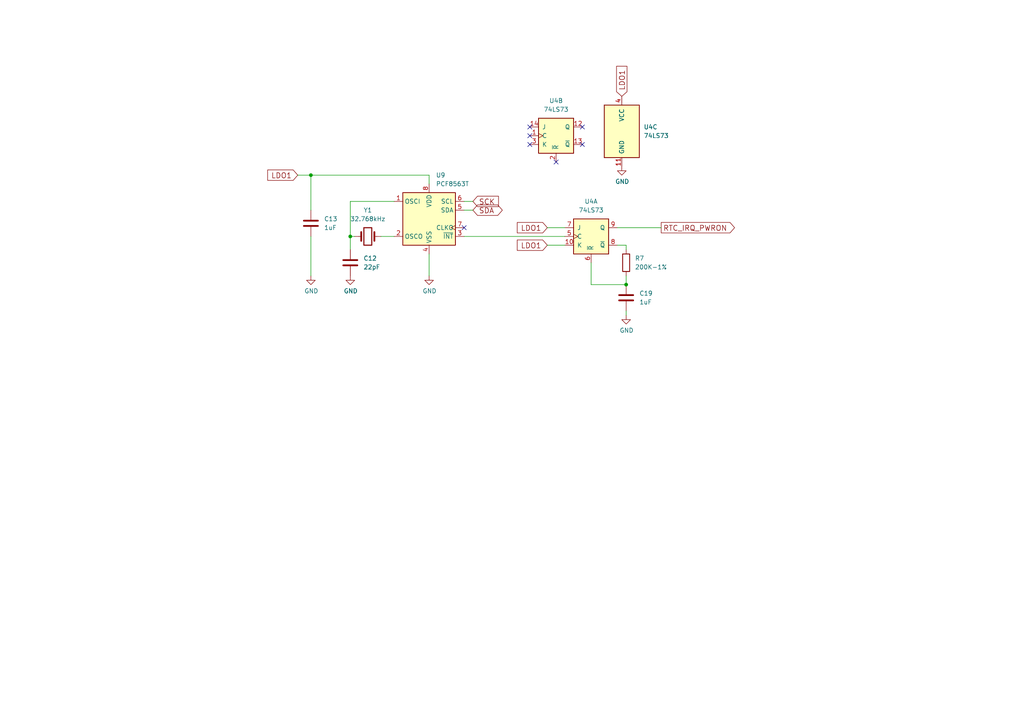
<source format=kicad_sch>
(kicad_sch (version 20230121) (generator eeschema)
  (paper "A4")
  (lib_symbols
    (symbol "74xx:74LS73" (pin_names (offset 1.016))
      (property "Reference" "U" (at -7.62 8.89 0))
      (property "Value" "74LS73" (at -7.62 -8.89 0))
      (symbol "74LS73_1_0"
        (pin input line (at -7.62 -2.54 0) (length 2.54) (name "K") (number "10"))
        (pin input clock (at -7.62 0 0) (length 2.54) (name "C") (number "5"))
        (pin input line (at 0 -7.62 90) (length 2.54) (name "~{R}") (number "6"))
        (pin input line (at -7.62 2.54 0) (length 2.54) (name "J") (number "7"))
        (pin output line (at 7.62 -2.54 180) (length 2.54) (name "~{Q}") (number "8"))
        (pin output line (at 7.62 2.54 180) (length 2.54) (name "Q") (number "9"))
      )
      (symbol "74LS73_1_1"
        (rectangle (start -5.08 5.08) (end 5.08 -5.08) (stroke (width 0.254)) (fill (type background)))
      )
      (symbol "74LS73_2_0"
        (pin input clock (at -7.62 0 0) (length 2.54) (name "C") (number "1"))
        (pin output line (at 7.62 2.54 180) (length 2.54) (name "Q") (number "12"))
        (pin output line (at 7.62 -2.54 180) (length 2.54) (name "~{Q}") (number "13"))
        (pin input line (at -7.62 2.54 0) (length 2.54) (name "J") (number "14"))
        (pin input line (at 0 -7.62 90) (length 2.54) (name "~{R}") (number "2"))
        (pin input line (at -7.62 -2.54 0) (length 2.54) (name "K") (number "3"))
      )
      (symbol "74LS73_2_1"
        (rectangle (start -5.08 5.08) (end 5.08 -5.08) (stroke (width 0.254)) (fill (type background)))
      )
      (symbol "74LS73_3_0"
        (pin power_in line (at 0 -10.16 90) (length 2.54) (name "GND") (number "11"))
        (pin power_in line (at 0 10.16 270) (length 2.54) (name "VCC") (number "4"))
      )
      (symbol "74LS73_3_1"
        (rectangle (start -5.08 7.62) (end 5.08 -7.62) (stroke (width 0.254)) (fill (type background)))
      )
    )
    (symbol "Device:C" (pin_numbers hide) (pin_names (offset 0.254))
      (property "Reference" "C" (at 0.635 2.54 0))
      (property "Value" "C" (at 0.635 -2.54 0))
      (symbol "C_0_1"
        (polyline (pts (xy -2.032 -0.762) (xy 2.032 -0.762)) (stroke (width 0.508)))
        (polyline (pts (xy -2.032 0.762) (xy 2.032 0.762)) (stroke (width 0.508)))
      )
      (symbol "C_1_1"
        (pin passive line (at 0 3.81 270) (length 2.794) (name "~") (number "1"))
        (pin passive line (at 0 -3.81 90) (length 2.794) (name "~") (number "2"))
      )
    )
    (symbol "Device:Crystal" (pin_numbers hide) (pin_names (offset 1.016) hide)
      (property "Reference" "Y" (at 0 3.81 0))
      (property "Value" "Crystal" (at 0 -3.81 0))
      (symbol "Crystal_0_1"
        (rectangle (start -1.143 2.54) (end 1.143 -2.54) (stroke (width 0.3048)))
        (polyline (pts (xy -2.54 0) (xy -1.905 0)))
        (polyline (pts (xy -1.905 -1.27) (xy -1.905 1.27)) (stroke (width 0.508)))
        (polyline (pts (xy 1.905 -1.27) (xy 1.905 1.27)) (stroke (width 0.508)))
        (polyline (pts (xy 2.54 0) (xy 1.905 0)))
      )
      (symbol "Crystal_1_1"
        (pin passive line (at -3.81 0 0) (length 1.27) (name "1") (number "1"))
        (pin passive line (at 3.81 0 180) (length 1.27) (name "2") (number "2"))
      )
    )
    (symbol "Device:R" (pin_numbers hide) (pin_names (offset 0))
      (property "Reference" "R" (at 2.032 0 90))
      (property "Value" "R" (at 0 0 90))
      (symbol "R_0_1"
        (rectangle (start -1.016 -2.54) (end 1.016 2.54) (stroke (width 0.254)))
      )
      (symbol "R_1_1"
        (pin passive line (at 0 3.81 270) (length 1.27) (name "~") (number "1"))
        (pin passive line (at 0 -3.81 90) (length 1.27) (name "~") (number "2"))
      )
    )
    (symbol "Timer_RTC:PCF8563T"
      (property "Reference" "U" (at -7.62 8.89 0))
      (property "Value" "PCF8563T" (at 2.54 8.89 0))
      (symbol "PCF8563T_0_1"
        (rectangle (start -7.62 7.62) (end 7.62 -7.62) (stroke (width 0.254)) (fill (type background)))
      )
      (symbol "PCF8563T_1_1"
        (pin input line (at -10.16 5.08 0) (length 2.54) (name "OSCI") (number "1"))
        (pin output line (at -10.16 -5.08 0) (length 2.54) (name "OSCO") (number "2"))
        (pin output line (at 10.16 -5.08 180) (length 2.54) (name "~{INT}") (number "3"))
        (pin power_in line (at 0 -10.16 90) (length 2.54) (name "VSS") (number "4"))
        (pin bidirectional line (at 10.16 2.54 180) (length 2.54) (name "SDA") (number "5"))
        (pin input line (at 10.16 5.08 180) (length 2.54) (name "SCL") (number "6"))
        (pin output clock (at 10.16 -2.54 180) (length 2.54) (name "CLKO") (number "7"))
        (pin power_in line (at 0 10.16 270) (length 2.54) (name "VDD") (number "8"))
      )
    )
    (symbol "power:GND" (power) (pin_names (offset 0))
      (property "Value" "GND" (at 0 -3.81 0))
      (symbol "GND_0_1"
        (polyline (pts (xy 0 0) (xy 0 -1.27) (xy 1.27 -1.27) (xy 0 -2.54) (xy -1.27 -1.27) (xy 0 -1.27)))
      )
      (symbol "GND_1_1"
        (pin power_in line (at 0 0 270) (length 0) hide (name "GND") (number "1"))
      )
    )
  )
  (junction (at 181.61 82.55))
  (junction (at 101.6 68.58))
  (junction (at 90.17 50.8))
  (no_connect (at 153.67 41.91))
  (no_connect (at 134.62 66.04))
  (no_connect (at 153.67 39.37))
  (no_connect (at 168.91 41.91))
  (no_connect (at 153.67 36.83))
  (no_connect (at 161.29 46.99))
  (no_connect (at 168.91 36.83))
  (wire (pts (xy 181.61 71.12) (xy 181.61 72.39)))
  (wire (pts (xy 90.17 50.8) (xy 124.46 50.8)))
  (wire (pts (xy 158.75 71.12) (xy 163.83 71.12)))
  (wire (pts (xy 86.36 50.8) (xy 90.17 50.8)))
  (wire (pts (xy 110.49 68.58) (xy 114.3 68.58)))
  (wire (pts (xy 179.07 71.12) (xy 181.61 71.12)))
  (wire (pts (xy 114.3 58.42) (xy 101.6 58.42)))
  (wire (pts (xy 158.75 66.04) (xy 163.83 66.04)))
  (wire (pts (xy 90.17 50.8) (xy 90.17 60.96)))
  (wire (pts (xy 124.46 53.34) (xy 124.46 50.8)))
  (wire (pts (xy 124.46 73.66) (xy 124.46 80.01)))
  (wire (pts (xy 101.6 58.42) (xy 101.6 68.58)))
  (wire (pts (xy 181.61 90.17) (xy 181.61 91.44)))
  (wire (pts (xy 134.62 58.42) (xy 137.16 58.42)))
  (wire (pts (xy 171.45 76.2) (xy 171.45 82.55)))
  (wire (pts (xy 179.07 66.04) (xy 191.77 66.04)))
  (wire (pts (xy 134.62 60.96) (xy 137.16 60.96)))
  (wire (pts (xy 181.61 80.01) (xy 181.61 82.55)))
  (wire (pts (xy 101.6 68.58) (xy 102.87 68.58)))
  (wire (pts (xy 171.45 82.55) (xy 181.61 82.55)))
  (wire (pts (xy 134.62 68.58) (xy 163.83 68.58)))
  (wire (pts (xy 90.17 68.58) (xy 90.17 80.01)))
  (wire (pts (xy 101.6 68.58) (xy 101.6 72.39)))
  (global_label "LDO1" (shape input) (at 180.34 27.94 90) (effects (font (size 1.524 1.524))) (property "Intersheetrefs" "${INTERSHEET_REFS}" (effects hide)))
  (global_label "LDO1" (shape input) (at 86.36 50.8 180) (effects (font (size 1.524 1.524))) (property "Intersheetrefs" "${INTERSHEET_REFS}" (effects hide)))
  (global_label "SCK" (shape input) (at 137.16 58.42 0) (effects (font (size 1.524 1.524))) (property "Intersheetrefs" "${INTERSHEET_REFS}" (effects hide)))
  (global_label "RTC_IRQ_PWRON" (shape output) (at 191.77 66.04 0) (effects (font (size 1.524 1.524))) (property "Intersheetrefs" "${INTERSHEET_REFS}" (effects hide)))
  (global_label "LDO1" (shape input) (at 158.75 66.04 180) (effects (font (size 1.524 1.524))) (property "Intersheetrefs" "${INTERSHEET_REFS}" (effects hide)))
  (global_label "LDO1" (shape input) (at 158.75 71.12 180) (effects (font (size 1.524 1.524))) (property "Intersheetrefs" "${INTERSHEET_REFS}" (effects hide)))
  (global_label "SDA" (shape bidirectional) (at 137.16 60.96 0) (effects (font (size 1.524 1.524))) (property "Intersheetrefs" "${INTERSHEET_REFS}" (effects hide)))
  (symbol (lib_id "74xx:74LS73") (at 180.34 38.1 0) (unit 3)
    (property "Reference" "U4" (at 186.69 36.83 0) (effects (justify left)))
    (property "Value" "74LS73" (at 186.69 39.37 0) (effects (justify left)))
    (property "Footprint" "Package_SO:SOIC-14_3.9x8.7mm_P1.27mm" (effects hide))
    (property "Datasheet" "http://www.ti.com/lit/gpn/sn74LS73" (effects hide))
    (property "Description" "JK flip flop, neg clock, neg reset" (effects hide))
    (property "IncludeInBOM" "TRUE" (effects hide))
    (property "LCSC Part #" "C350539" (effects hide))
    (property "Manufacturer" "Texas Instruments" (effects hide))
    (property "ManufacturerPartNumber" "CD74HC73M96" (effects hide))
    (property "Original" "No" (effects hide))
    (property "Package" "SOIC-14" (effects hide))
    (property "ThroughHole" "FALSE" (effects hide))
    (property "WebsiteURL" "https://www.lcsc.com/product-detail/Flip-Flops_Texas-Instruments-CD74HC73M96_C350539.html" (effects hide))
  )
  (symbol (lib_id "power:GND") (at 101.6 80.01 0) (unit 1)
    (property "Reference" "#PWR024" (effects hide))
    (property "Value" "GND" (at 101.727 84.4042 0))
    (instances (project "WiRoc_NanoPi" (path "" (reference "#PWR024") (unit 1)) (path "" (reference "#PWR01") (unit 1))) (project "BTSerialClient" (path "" (reference "#PWR010") (unit 1))))
  )
  (symbol (lib_id "74xx:74LS73") (at 171.45 68.58 0) (unit 1)
    (property "Reference" "U4" (at 171.45 58.42 0))
    (property "Value" "74LS73" (at 171.45 60.96 0))
    (property "Footprint" "Package_SO:SOIC-14_3.9x8.7mm_P1.27mm" (effects hide))
    (property "Datasheet" "http://www.ti.com/lit/gpn/sn74LS73" (effects hide))
    (property "Description" "JK flip flop, neg clock, neg reset" (effects hide))
    (property "IncludeInBOM" "TRUE" (effects hide))
    (property "LCSC Part #" "C350539" (effects hide))
    (property "Manufacturer" "Texas Instruments" (effects hide))
    (property "ManufacturerPartNumber" "CD74HC73M96" (effects hide))
    (property "Original" "No" (effects hide))
    (property "Package" "SOIC-14" (effects hide))
    (property "ThroughHole" "FALSE" (effects hide))
    (property "WebsiteURL" "https://www.lcsc.com/product-detail/Flip-Flops_Texas-Instruments-CD74HC73M96_C350539.html" (effects hide))
  )
  (symbol (lib_id "Device:C") (at 101.6 76.2 0) (unit 1)
    (property "Reference" "C12" (at 105.41 74.93 0) (effects (justify left)))
    (property "Value" "22pF" (at 105.41 77.47 0) (effects (justify left)))
    (property "Footprint" "Capacitor_SMD:C_0402_1005Metric" (effects hide))
    (property "IncludeInBOM" "TRUE" (effects hide))
    (property "LCSC Part #" "C710885" (effects hide))
    (property "Manufacturer" "Murata Electronics" (effects hide))
    (property "ManufacturerPartNumber" "GRM155R71C223JA01D" (effects hide))
    (property "Original" "No" (effects hide))
    (property "Package" "0402" (effects hide))
    (property "ThroughHole" "FALSE" (effects hide))
    (property "WebsiteURL" "https://jlcpcb.com/partdetail/749157-GRM155R71C223JA01D/C710885" (effects hide))
  )
  (symbol (lib_id "power:GND") (at 124.46 80.01 0) (unit 1)
    (property "Reference" "#PWR024" (effects hide))
    (property "Value" "GND" (at 124.587 84.4042 0))
    (instances (project "WiRoc_NanoPi" (path "" (reference "#PWR024") (unit 1)) (path "" (reference "#PWR02") (unit 1))) (project "BTSerialClient" (path "" (reference "#PWR010") (unit 1))))
  )
  (symbol (lib_id "power:GND") (at 180.34 48.26 0) (unit 1)
    (property "Reference" "#PWR024" (effects hide))
    (property "Value" "GND" (at 180.467 52.6542 0))
    (instances (project "WiRoc_NanoPi" (path "" (reference "#PWR024") (unit 1)) (path "" (reference "#PWR037") (unit 1))) (project "BTSerialClient" (path "" (reference "#PWR010") (unit 1))))
  )
  (symbol (lib_id "Timer_RTC:PCF8563T") (at 124.46 63.5 0) (unit 1)
    (property "Reference" "U9" (at 126.4159 50.8 0) (effects (justify left)))
    (property "Value" "PCF8563T" (at 126.4159 53.34 0) (effects (justify left)))
    (property "Footprint" "Package_SO:SOIC-8_3.9x4.9mm_P1.27mm" (effects hide))
    (property "Datasheet" "https://www.nxp.com/docs/en/data-sheet/PCF8563.pdf" (effects hide))
    (property "IncludeInBOM" "TRUE" (effects hide))
    (property "ThroughHole" "FALSE" (effects hide))
    (property "LCSC Part #" "C7440" (effects hide))
    (property "Manufacturer" "NXP Semicon" (effects hide))
    (property "ManufacturerPartNumber" "PCF8563T/5,518" (effects hide))
    (property "Original" "Yes" (effects hide))
  )
  (symbol (lib_id "Device:R") (at 181.61 76.2 0) (unit 1)
    (property "Reference" "R7" (at 184.15 74.93 0) (effects (justify left)))
    (property "Value" "200K-1%" (at 184.15 77.47 0) (effects (justify left)))
    (property "Footprint" "Resistor_SMD:R_0603_1608Metric" (effects hide))
    (property "IncludeInBOM" "TRUE" (effects hide))
    (property "LCSC Part #" "C25811" (effects hide))
    (property "Manufacturer" "Uniroyal Elec" (effects hide))
    (property "ManufacturerPartNumber" "0603WAF2003T5E" (effects hide))
    (property "Original" "No" (effects hide))
    (property "Package" "0603" (effects hide))
    (property "ThroughHole" "FALSE" (effects hide))
    (property "WebsiteURL" "https://lcsc.com/product-detail/Chip-Resistor-Surface-Mount-UniOhm_Uniroyal-Elec-0603WAF2003T5E_C25811.html" (effects hide))
  )
  (symbol (lib_id "74xx:74LS73") (at 161.29 39.37 0) (unit 2)
    (property "Reference" "U4" (at 161.29 29.21 0))
    (property "Value" "74LS73" (at 161.29 31.75 0))
    (property "Footprint" "Package_SO:SOIC-14_3.9x8.7mm_P1.27mm" (effects hide))
    (property "Datasheet" "http://www.ti.com/lit/gpn/sn74LS73" (effects hide))
    (property "Description" "JK flip flop, neg clock, neg reset" (effects hide))
    (property "IncludeInBOM" "TRUE" (effects hide))
    (property "LCSC Part #" "C350539" (effects hide))
    (property "Manufacturer" "Texas Instruments" (effects hide))
    (property "ManufacturerPartNumber" "CD74HC73M96" (effects hide))
    (property "Original" "No" (effects hide))
    (property "Package" "SOIC-14" (effects hide))
    (property "ThroughHole" "FALSE" (effects hide))
    (property "WebsiteURL" "https://www.lcsc.com/product-detail/Flip-Flops_Texas-Instruments-CD74HC73M96_C350539.html" (effects hide))
  )
  (symbol (lib_id "Device:Crystal") (at 106.68 68.58 0) (unit 1)
    (property "Reference" "Y1" (at 106.68 60.96 0))
    (property "Value" "32.768kHz" (at 106.68 63.5 0))
    (property "Footprint" "WiRoc:SMD3215-2P" (effects hide))
    (property "IncludeInBOM" "TRUE" (effects hide))
    (property "ThroughHole" "FALSE" (effects hide))
    (property "Original" "Yes" (effects hide))
    (property "LCSC Part #" "C32346" (effects hide))
    (property "Manufacturer" "Seiko Epson" (effects hide))
    (property "ManufacturerPartNumber" "Q13FC1350000400" (effects hide))
    (property "Package" "SMD3215-2P" (effects hide))
  )
  (symbol (lib_id "power:GND") (at 90.17 80.01 0) (unit 1)
    (property "Reference" "#PWR024" (effects hide))
    (property "Value" "GND" (at 90.297 84.4042 0))
    (instances (project "WiRoc_NanoPi" (path "" (reference "#PWR024") (unit 1)) (path "" (reference "#PWR03") (unit 1))) (project "BTSerialClient" (path "" (reference "#PWR010") (unit 1))))
  )
  (symbol (lib_id "power:GND") (at 181.61 91.44 0) (unit 1)
    (property "Reference" "#PWR024" (effects hide))
    (property "Value" "GND" (at 181.737 95.8342 0))
    (instances (project "WiRoc_NanoPi" (path "" (reference "#PWR024") (unit 1)) (path "" (reference "#PWR022") (unit 1))) (project "BTSerialClient" (path "" (reference "#PWR010") (unit 1))))
  )
  (symbol (lib_id "Device:C") (at 181.61 86.36 0) (unit 1)
    (property "Reference" "C19" (at 185.42 85.09 0) (effects (justify left)))
    (property "Value" "1uF" (at 185.42 87.63 0) (effects (justify left)))
    (property "Footprint" "Capacitor_SMD:C_0603_1608Metric" (effects hide))
    (property "Datasheet" "https://jlcpcb.com/partdetail/16531-CL10A105KB8NNNC/C15849" (effects hide))
    (property "IncludeInBOM" "TRUE" (effects hide))
    (property "LCSC Part #" "C15849" (effects hide))
    (property "Manufacturer" "Samsung Electro-Mechanics" (effects hide))
    (property "ManufacturerPartNumber" "CL10A105KB8NNNC" (effects hide))
    (property "Original" "No" (effects hide))
    (property "Package" "0603" (effects hide))
    (property "ThroughHole" "FALSE" (effects hide))
  )
  (symbol (lib_id "Device:C") (at 90.17 64.77 0) (unit 1)
    (property "Reference" "C13" (at 93.98 63.5 0) (effects (justify left)))
    (property "Value" "1uF" (at 93.98 66.04 0) (effects (justify left)))
    (property "Footprint" "Capacitor_SMD:C_0603_1608Metric" (effects hide))
    (property "Datasheet" "https://jlcpcb.com/partdetail/16531-CL10A105KB8NNNC/C15849" (effects hide))
    (property "IncludeInBOM" "TRUE" (effects hide))
    (property "LCSC Part #" "C15849" (effects hide))
    (property "Manufacturer" "Samsung Electro-Mechanics" (effects hide))
    (property "ManufacturerPartNumber" "CL10A105KB8NNNC" (effects hide))
    (property "Original" "No" (effects hide))
    (property "Package" "0603" (effects hide))
    (property "ThroughHole" "FALSE" (effects hide))
  )
)
</source>
